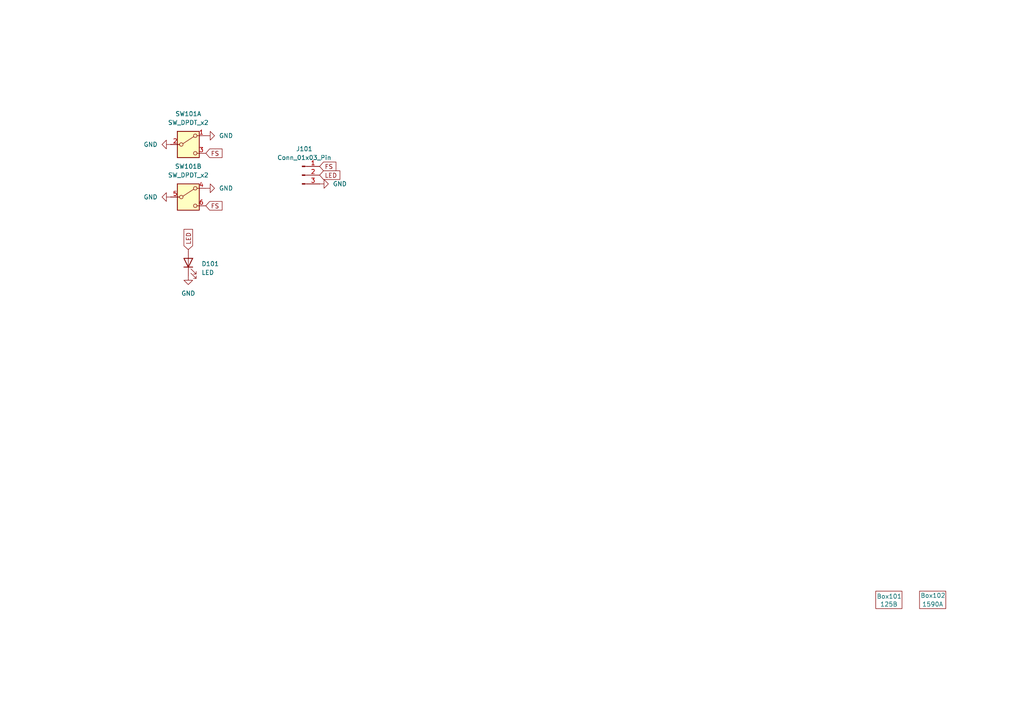
<source format=kicad_sch>
(kicad_sch (version 20250114) (generator "eeschema") (generator_version "9.0")
  (paper "A4")
  (lib_symbols
    (symbol "Connector:Conn_01x03_Pin" (pin_names (offset 1.016) (hide yes))
      (property "Reference" "J" (at 0 5.08 0))
      (property "Value" "Conn_01x03_Pin" (at 0 -5.08 0))
      (symbol "Conn_01x03_Pin_1_1"
        (rectangle (start 0.8636 2.667) (end 0 2.413) (stroke (width 0.1524)) (fill (type outline)))
        (rectangle (start 0.8636 0.127) (end 0 -0.127) (stroke (width 0.1524)) (fill (type outline)))
        (rectangle (start 0.8636 -2.413) (end 0 -2.667) (stroke (width 0.1524)) (fill (type outline)))
        (polyline (pts (xy 1.27 2.54) (xy 0.8636 2.54)) (stroke (width 0.1524)))
        (polyline (pts (xy 1.27 0) (xy 0.8636 0)) (stroke (width 0.1524)))
        (polyline (pts (xy 1.27 -2.54) (xy 0.8636 -2.54)) (stroke (width 0.1524)))
        (pin passive line (at 5.08 2.54 180) (length 3.81) (name "Pin_1") (number "1"))
        (pin passive line (at 5.08 0 180) (length 3.81) (name "Pin_2") (number "2"))
        (pin passive line (at 5.08 -2.54 180) (length 3.81) (name "Pin_3") (number "3"))
      )
    )
    (symbol "Device:LED" (pin_numbers (hide yes)) (pin_names (offset 1.016) (hide yes))
      (property "Reference" "D" (at 0 2.54 0))
      (property "Value" "LED" (at 0 -2.54 0))
      (symbol "LED_0_1"
        (polyline (pts (xy -3.048 -0.762) (xy -4.572 -2.286) (xy -3.81 -2.286) (xy -4.572 -2.286) (xy -4.572 -1.524)))
        (polyline (pts (xy -1.778 -0.762) (xy -3.302 -2.286) (xy -2.54 -2.286) (xy -3.302 -2.286) (xy -3.302 -1.524)))
        (polyline (pts (xy -1.27 0) (xy 1.27 0)))
        (polyline (pts (xy -1.27 -1.27) (xy -1.27 1.27)) (stroke (width 0.254)))
        (polyline (pts (xy 1.27 -1.27) (xy 1.27 1.27) (xy -1.27 0) (xy 1.27 -1.27)) (stroke (width 0.254)))
      )
      (symbol "LED_1_1"
        (pin passive line (at -3.81 0 0) (length 2.54) (name "K") (number "1"))
        (pin passive line (at 3.81 0 180) (length 2.54) (name "A") (number "2"))
      )
    )
    (symbol "Mylib:Enclosure_125B" (exclude_from_sim yes) (in_bom no)
      (property "Reference" "Box" (at 0 0 0))
      (property "Value" "125B" (at 0 -2.54 0))
      (symbol "Enclosure_125B_0_1"
        (rectangle (start -3.81 1.27) (end 3.81 -3.81))
      )
    )
    (symbol "Mylib:Enclosure_1590A" (exclude_from_sim yes)
      (property "Reference" "Box" (at 0 0 0))
      (property "Value" "1590A" (at 0 -2.54 0))
      (symbol "Enclosure_1590A_0_1"
        (rectangle (start -3.81 1.27) (end 3.81 -3.81))
      )
    )
    (symbol "Switch:SW_DPDT_x2" (pin_names (offset 0) (hide yes))
      (property "Reference" "SW" (at 0 5.08 0))
      (property "Value" "SW_DPDT_x2" (at 0 -5.08 0))
      (symbol "SW_DPDT_x2_0_0"
        (circle (center -2.032 0) (radius 0.508))
        (circle (center 2.032 -2.54) (radius 0.508))
      )
      (symbol "SW_DPDT_x2_0_1"
        (rectangle (start -3.175 3.81) (end 3.175 -3.81) (stroke (width 0.254)) (fill (type background)))
        (polyline (pts (xy -1.524 0.254) (xy 1.5748 2.286)))
        (circle (center 2.032 2.54) (radius 0.508))
      )
      (symbol "SW_DPDT_x2_1_1"
        (pin passive line (at -5.08 0 0) (length 2.54) (name "B") (number "2"))
        (pin passive line (at 5.08 2.54 180) (length 2.54) (name "A") (number "1"))
        (pin passive line (at 5.08 -2.54 180) (length 2.54) (name "C") (number "3"))
      )
      (symbol "SW_DPDT_x2_2_1"
        (pin passive line (at -5.08 0 0) (length 2.54) (name "B") (number "5"))
        (pin passive line (at 5.08 2.54 180) (length 2.54) (name "A") (number "4"))
        (pin passive line (at 5.08 -2.54 180) (length 2.54) (name "C") (number "6"))
      )
    )
    (symbol "power:GND" (power) (pin_numbers (hide yes)) (pin_names (offset 0) (hide yes))
      (property "Value" "GND" (at 0 -3.81 0))
      (symbol "GND_0_1"
        (polyline (pts (xy 0 0) (xy 0 -1.27) (xy 1.27 -1.27) (xy 0 -2.54) (xy -1.27 -1.27) (xy 0 -1.27)))
      )
      (symbol "GND_1_1"
        (pin power_in line (at 0 0 270) (length 0) (name "~") (number "1"))
      )
    )
  )
  (global_label "FS" (shape input) (at 59.69 44.45 0) (property "Intersheetrefs" "${INTERSHEET_REFS}" (effects (hide yes))))
  (global_label "LED" (shape input) (at 92.71 50.8 0) (property "Intersheetrefs" "${INTERSHEET_REFS}" (effects (hide yes))))
  (global_label "FS" (shape input) (at 59.69 59.69 0) (property "Intersheetrefs" "${INTERSHEET_REFS}" (effects (hide yes))))
  (global_label "FS" (shape input) (at 92.71 48.26 0) (property "Intersheetrefs" "${INTERSHEET_REFS}" (effects (hide yes))))
  (global_label "LED" (shape input) (at 54.61 72.39 90) (property "Intersheetrefs" "${INTERSHEET_REFS}" (effects (hide yes))))
  (symbol (lib_id "Mylib:Enclosure_125B") (at 257.81 172.72 0) (unit 1) (exclude_from_sim yes)
    (property "Reference" "Box101" (at 254.254 172.974 0) (effects (justify left)))
    (property "Value" "125B" (at 257.81 175.26 0))
    (property "Footprint" "Mylib:125B" (effects (hide yes)))
    (property "Description" "125B enclosure outline" (effects (hide yes)))
  )
  (symbol (lib_id "power:GND") (at 54.61 80.01 0) (unit 1)
    (property "Reference" "#PWR0102" (effects (hide yes)))
    (property "Value" "GND" (at 54.61 85.09 0))
    (property "Description" "Power symbol creates a global label with name \"GND\" , ground" (effects (hide yes)))
  )
  (symbol (lib_id "power:GND") (at 49.53 41.91 270) (unit 1)
    (property "Reference" "#PWR0123" (effects (hide yes)))
    (property "Value" "GND" (at 45.72 41.9099 90) (effects (justify right)))
    (property "Description" "Power symbol creates a global label with name \"GND\" , ground" (effects (hide yes)))
  )
  (symbol (lib_id "power:GND") (at 49.53 57.15 270) (unit 1)
    (property "Reference" "#PWR0103" (effects (hide yes)))
    (property "Value" "GND" (at 45.72 57.1499 90) (effects (justify right)))
    (property "Description" "Power symbol creates a global label with name \"GND\" , ground" (effects (hide yes)))
  )
  (symbol (lib_id "Connector:Conn_01x03_Pin") (at 87.63 50.8 0) (unit 1)
    (property "Reference" "J101" (at 88.265 43.18 0))
    (property "Value" "Conn_01x03_Pin" (at 88.265 45.72 0))
    (property "Footprint" "Connector_JST:JST_ZH_B3B-ZR_1x03_P1.50mm_Vertical" (effects (hide yes)))
    (property "Description" "Generic connector, single row, 01x03, script generated" (effects (hide yes)))
  )
  (symbol (lib_id "power:GND") (at 59.69 39.37 90) (unit 1)
    (property "Reference" "#PWR0105" (effects (hide yes)))
    (property "Value" "GND" (at 63.5 39.3699 90) (effects (justify right)))
    (property "Description" "Power symbol creates a global label with name \"GND\" , ground" (effects (hide yes)))
  )
  (symbol (lib_id "power:GND") (at 59.69 54.61 90) (unit 1)
    (property "Reference" "#PWR0104" (effects (hide yes)))
    (property "Value" "GND" (at 63.5 54.6099 90) (effects (justify right)))
    (property "Description" "Power symbol creates a global label with name \"GND\" , ground" (effects (hide yes)))
  )
  (symbol (lib_id "power:GND") (at 92.71 53.34 90) (unit 1)
    (property "Reference" "#PWR0101" (effects (hide yes)))
    (property "Value" "GND" (at 96.52 53.3399 90) (effects (justify right)))
    (property "Description" "Power symbol creates a global label with name \"GND\" , ground" (effects (hide yes)))
  )
  (symbol (lib_id "Device:LED") (at 54.61 76.2 90) (unit 1)
    (property "Reference" "D101" (at 58.42 76.5174 90) (effects (justify right)))
    (property "Value" "LED" (at 58.42 79.0574 90) (effects (justify right)))
    (property "Footprint" "LED_THT:LED_D5.0mm" (effects (hide yes)))
    (property "Description" "Light emitting diode" (effects (hide yes)))
    (property "Sim.Pins" "1=K 2=A" (effects (hide yes)))
  )
  (symbol (lib_id "Switch:SW_DPDT_x2") (at 54.61 41.91 0) (unit 1)
    (property "Reference" "SW101" (at 54.61 33.02 0))
    (property "Value" "SW_DPDT_x2" (at 54.61 35.56 0))
    (property "Footprint" "Mylib:FS5700DPMT2B2M2QE" (effects (hide yes)))
    (property "Description" "Switch, dual pole double throw, separate symbols" (effects (hide yes)))
  )
  (symbol (lib_id "Mylib:Enclosure_1590A") (at 270.51 172.72 0) (unit 1) (exclude_from_sim yes)
    (property "Reference" "Box102" (at 266.954 172.72 0) (effects (justify left)))
    (property "Value" "1590A" (at 270.51 175.26 0))
    (property "Footprint" "Mylib:1590A" (effects (hide yes)))
    (property "Datasheet" "https://www.hammfg.com/files/parts/pdf/1590A.pdf" (effects (hide yes)))
    (property "Description" "Guitar pedal enclosure" (effects (hide yes)))
  )
  (symbol (lib_id "Switch:SW_DPDT_x2") (at 54.61 57.15 0) (unit 2)
    (property "Reference" "SW101" (at 54.61 48.26 0))
    (property "Value" "SW_DPDT_x2" (at 54.61 50.8 0))
    (property "Footprint" "Mylib:FS5700DPMT2B2M2QE" (effects (hide yes)))
    (property "Description" "Switch, dual pole double throw, separate symbols" (effects (hide yes)))
  )
)
</source>
